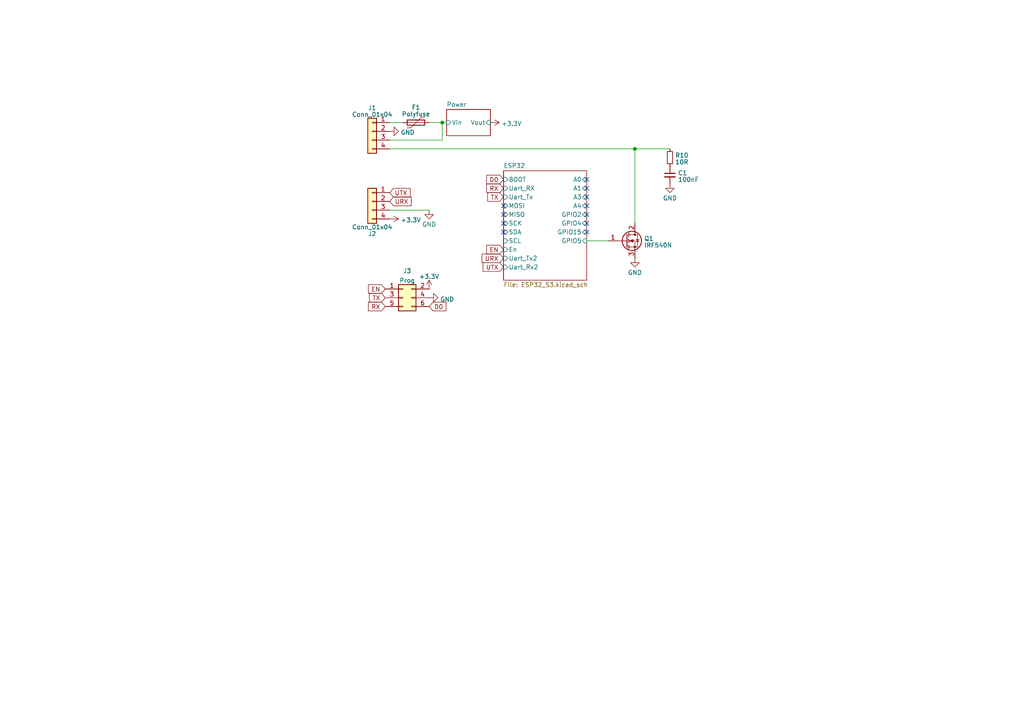
<source format=kicad_sch>
(kicad_sch (version 20231120) (generator "eeschema") (generator_version "8.0")
  (paper "A4")
  (lib_symbols
    (symbol "Connector_Generic:Conn_01x04" (pin_names (offset 1.016) hide)
      (property "Reference" "J" (at 0 5.08 0))
      (property "Value" "Conn_01x04" (at 0 -7.62 0))
      (symbol "Conn_01x04_1_1"
        (rectangle (start -1.27 -4.953) (end 0 -5.207) (stroke (width 0.1524)))
        (rectangle (start -1.27 -2.413) (end 0 -2.667) (stroke (width 0.1524)))
        (rectangle (start -1.27 0.127) (end 0 -0.127) (stroke (width 0.1524)))
        (rectangle (start -1.27 2.667) (end 0 2.413) (stroke (width 0.1524)))
        (rectangle (start -1.27 3.81) (end 1.27 -6.35) (stroke (width 0.254)) (fill (type background)))
        (pin passive line (at -5.08 2.54 0) (length 3.81) (name "Pin_1") (number "1"))
        (pin passive line (at -5.08 0 0) (length 3.81) (name "Pin_2") (number "2"))
        (pin passive line (at -5.08 -2.54 0) (length 3.81) (name "Pin_3") (number "3"))
        (pin passive line (at -5.08 -5.08 0) (length 3.81) (name "Pin_4") (number "4"))
      )
    )
    (symbol "Connector_Generic:Conn_02x03_Odd_Even" (pin_names (offset 1.016) hide)
      (property "Reference" "J" (at 1.27 5.08 0))
      (property "Value" "Conn_02x03_Odd_Even" (at 1.27 -5.08 0))
      (symbol "Conn_02x03_Odd_Even_1_1"
        (rectangle (start -1.27 -2.413) (end 0 -2.667) (stroke (width 0.1524)))
        (rectangle (start -1.27 0.127) (end 0 -0.127) (stroke (width 0.1524)))
        (rectangle (start -1.27 2.667) (end 0 2.413) (stroke (width 0.1524)))
        (rectangle (start -1.27 3.81) (end 3.81 -3.81) (stroke (width 0.254)) (fill (type background)))
        (rectangle (start 3.81 -2.413) (end 2.54 -2.667) (stroke (width 0.1524)))
        (rectangle (start 3.81 0.127) (end 2.54 -0.127) (stroke (width 0.1524)))
        (rectangle (start 3.81 2.667) (end 2.54 2.413) (stroke (width 0.1524)))
        (pin passive line (at -5.08 2.54 0) (length 3.81) (name "Pin_1") (number "1"))
        (pin passive line (at 7.62 2.54 180) (length 3.81) (name "Pin_2") (number "2"))
        (pin passive line (at -5.08 0 0) (length 3.81) (name "Pin_3") (number "3"))
        (pin passive line (at 7.62 0 180) (length 3.81) (name "Pin_4") (number "4"))
        (pin passive line (at -5.08 -2.54 0) (length 3.81) (name "Pin_5") (number "5"))
        (pin passive line (at 7.62 -2.54 180) (length 3.81) (name "Pin_6") (number "6"))
      )
    )
    (symbol "Device:C_Small" (pin_numbers hide) (pin_names (offset 0.254) hide)
      (property "Reference" "C" (at 0.254 1.778 0))
      (property "Value" "C_Small" (at 0.254 -2.032 0))
      (symbol "C_Small_0_1"
        (polyline (pts (xy -1.524 -0.508) (xy 1.524 -0.508)) (stroke (width 0.3302)))
        (polyline (pts (xy -1.524 0.508) (xy 1.524 0.508)) (stroke (width 0.3048)))
      )
      (symbol "C_Small_1_1"
        (pin passive line (at 0 2.54 270) (length 2.032) (name "~") (number "1"))
        (pin passive line (at 0 -2.54 90) (length 2.032) (name "~") (number "2"))
      )
    )
    (symbol "Device:Polyfuse" (pin_numbers hide) (pin_names (offset 0))
      (property "Reference" "F" (at -2.54 0 90))
      (property "Value" "Polyfuse" (at 2.54 0 90))
      (symbol "Polyfuse_0_1"
        (rectangle (start -0.762 2.54) (end 0.762 -2.54) (stroke (width 0.254)))
        (polyline (pts (xy 0 2.54) (xy 0 -2.54)))
        (polyline (pts (xy -1.524 2.54) (xy -1.524 1.524) (xy 1.524 -1.524) (xy 1.524 -2.54)))
      )
      (symbol "Polyfuse_1_1"
        (pin passive line (at 0 3.81 270) (length 1.27) (name "~") (number "1"))
        (pin passive line (at 0 -3.81 90) (length 1.27) (name "~") (number "2"))
      )
    )
    (symbol "Device:R_Small" (pin_numbers hide) (pin_names (offset 0.254) hide)
      (property "Reference" "R" (at 0.762 0.508 0))
      (property "Value" "R_Small" (at 0.762 -1.016 0))
      (symbol "R_Small_0_1"
        (rectangle (start -0.762 1.778) (end 0.762 -1.778) (stroke (width 0.2032)))
      )
      (symbol "R_Small_1_1"
        (pin passive line (at 0 2.54 270) (length 0.762) (name "~") (number "1"))
        (pin passive line (at 0 -2.54 90) (length 0.762) (name "~") (number "2"))
      )
    )
    (symbol "Transistor_FET:IRF540N" (pin_names hide)
      (property "Reference" "Q" (at 6.35 1.905 0))
      (property "Value" "IRF540N" (at 6.35 0 0))
      (symbol "IRF540N_0_1"
        (polyline (pts (xy 0.254 0) (xy -2.54 0)))
        (polyline (pts (xy 0.254 1.905) (xy 0.254 -1.905)) (stroke (width 0.254)))
        (polyline (pts (xy 0.762 -1.27) (xy 0.762 -2.286)) (stroke (width 0.254)))
        (polyline (pts (xy 0.762 0.508) (xy 0.762 -0.508)) (stroke (width 0.254)))
        (polyline (pts (xy 0.762 2.286) (xy 0.762 1.27)) (stroke (width 0.254)))
        (polyline (pts (xy 2.54 2.54) (xy 2.54 1.778)))
        (polyline (pts (xy 2.54 -2.54) (xy 2.54 0) (xy 0.762 0)))
        (polyline (pts (xy 0.762 -1.778) (xy 3.302 -1.778) (xy 3.302 1.778) (xy 0.762 1.778)))
        (polyline (pts (xy 1.016 0) (xy 2.032 0.381) (xy 2.032 -0.381) (xy 1.016 0)) (fill (type outline)))
        (polyline (pts (xy 2.794 0.508) (xy 2.921 0.381) (xy 3.683 0.381) (xy 3.81 0.254)))
        (polyline (pts (xy 3.302 0.381) (xy 2.921 -0.254) (xy 3.683 -0.254) (xy 3.302 0.381)))
        (circle (center 1.651 0) (radius 2.794) (stroke (width 0.254)))
        (circle (center 2.54 -1.778) (radius 0.254) (fill (type outline)))
        (circle (center 2.54 1.778) (radius 0.254) (fill (type outline)))
      )
      (symbol "IRF540N_1_1"
        (pin input line (at -5.08 0 0) (length 2.54) (name "G") (number "1"))
        (pin passive line (at 2.54 5.08 270) (length 2.54) (name "D") (number "2"))
        (pin passive line (at 2.54 -5.08 90) (length 2.54) (name "S") (number "3"))
      )
    )
    (symbol "power:+3.3V" (power) (pin_names (offset 0))
      (property "Value" "+3.3V" (at 0 3.556 0))
      (symbol "+3.3V_0_1"
        (polyline (pts (xy -0.762 1.27) (xy 0 2.54)))
        (polyline (pts (xy 0 0) (xy 0 2.54)))
        (polyline (pts (xy 0 2.54) (xy 0.762 1.27)))
      )
      (symbol "+3.3V_1_1"
        (pin power_in line (at 0 0 90) (length 0) hide (name "+3.3V") (number "1"))
      )
    )
    (symbol "power:GND" (power) (pin_names (offset 0))
      (property "Value" "GND" (at 0 -3.81 0))
      (symbol "GND_0_1"
        (polyline (pts (xy 0 0) (xy 0 -1.27) (xy 1.27 -1.27) (xy 0 -2.54) (xy -1.27 -1.27) (xy 0 -1.27)))
      )
      (symbol "GND_1_1"
        (pin power_in line (at 0 0 270) (length 0) hide (name "GND") (number "1"))
      )
    )
  )
  (junction (at 128.27 35.56))
  (junction (at 184.15 43.18))
  (no_connect (at 170.18 67.31))
  (no_connect (at 170.18 57.15))
  (no_connect (at 146.05 62.23))
  (no_connect (at 146.05 59.69))
  (no_connect (at 170.18 54.61))
  (no_connect (at 170.18 64.77))
  (no_connect (at 146.05 64.77))
  (no_connect (at 170.18 59.69))
  (no_connect (at 170.18 52.07))
  (no_connect (at 170.18 62.23))
  (no_connect (at 146.05 67.31))
  (wire (pts (xy 128.27 35.56) (xy 124.46 35.56)))
  (wire (pts (xy 113.03 35.56) (xy 116.84 35.56)))
  (wire (pts (xy 170.18 69.85) (xy 176.53 69.85)))
  (wire (pts (xy 128.27 35.56) (xy 129.54 35.56)))
  (wire (pts (xy 113.03 60.96) (xy 124.46 60.96)))
  (wire (pts (xy 128.27 35.56) (xy 128.27 40.64)))
  (wire (pts (xy 184.15 43.18) (xy 113.03 43.18)))
  (wire (pts (xy 184.15 43.18) (xy 194.31 43.18)))
  (wire (pts (xy 184.15 64.77) (xy 184.15 43.18)))
  (wire (pts (xy 128.27 40.64) (xy 113.03 40.64)))
  (global_label "TX" (shape input) (at 111.76 86.36 180) (property "Intersheetrefs" "${INTERSHEET_REFS}" (effects (hide yes))))
  (global_label "EN" (shape input) (at 111.76 83.82 180) (property "Intersheetrefs" "${INTERSHEET_REFS}" (effects (hide yes))))
  (global_label "RX" (shape input) (at 111.76 88.9 180) (property "Intersheetrefs" "${INTERSHEET_REFS}" (effects (hide yes))))
  (global_label "EN" (shape input) (at 146.05 72.39 180) (property "Intersheetrefs" "${INTERSHEET_REFS}" (effects (hide yes))))
  (global_label "URX" (shape input) (at 113.03 58.42 0) (property "Intersheetrefs" "${INTERSHEET_REFS}" (effects (hide yes))))
  (global_label "D0" (shape input) (at 124.46 88.9 0) (property "Intersheetrefs" "${INTERSHEET_REFS}" (effects (hide yes))))
  (global_label "D0" (shape input) (at 146.05 52.07 180) (property "Intersheetrefs" "${INTERSHEET_REFS}" (effects (hide yes))))
  (global_label "RX" (shape input) (at 146.05 54.61 180) (property "Intersheetrefs" "${INTERSHEET_REFS}" (effects (hide yes))))
  (global_label "UTX" (shape input) (at 113.03 55.88 0) (property "Intersheetrefs" "${INTERSHEET_REFS}" (effects (hide yes))))
  (global_label "UTX" (shape input) (at 146.05 77.47 180) (property "Intersheetrefs" "${INTERSHEET_REFS}" (effects (hide yes))))
  (global_label "URX" (shape input) (at 146.05 74.93 180) (property "Intersheetrefs" "${INTERSHEET_REFS}" (effects (hide yes))))
  (global_label "TX" (shape input) (at 146.05 57.15 180) (property "Intersheetrefs" "${INTERSHEET_REFS}" (effects (hide yes))))
  (symbol (lib_id "power:GND") (at 184.15 74.93 0) (unit 1)
    (property "Reference" "#PWR05" (effects (hide yes)))
    (property "Value" "GND" (at 184.15 79.0655 0))
  )
  (symbol (lib_id "Device:Polyfuse") (at 120.65 35.56 90) (unit 1)
    (property "Reference" "F1" (at 120.65 31.1531 90))
    (property "Value" "Polyfuse" (at 120.65 33.0741 90))
    (property "Footprint" "Fuse:Fuse_BelFuse_0ZRE0075FF_L11.5mm_W4.8mm" (effects (hide yes)))
  )
  (symbol (lib_id "Device:R_Small") (at 194.31 45.72 0) (unit 1)
    (property "Reference" "R10" (at 195.8086 45.0763 0) (effects (justify left)))
    (property "Value" "10R" (at 195.8086 46.9973 0) (effects (justify left)))
    (property "Footprint" "Resistor_SMD:R_0805_2012Metric" (effects (hide yes)))
  )
  (symbol (lib_id "power:+3.3V") (at 113.03 63.5 270) (unit 1)
    (property "Reference" "#PWR02" (effects (hide yes)))
    (property "Value" "+3.3V" (at 116.205 63.8168 90) (effects (justify left)))
  )
  (symbol (lib_id "power:GND") (at 124.46 86.36 90) (unit 1)
    (property "Reference" "#PWR010" (effects (hide yes)))
    (property "Value" "GND" (at 127.635 86.839 90) (effects (justify right)))
  )
  (symbol (lib_id "Connector_Generic:Conn_01x04") (at 107.95 58.42 0) (mirror y) (unit 1)
    (property "Reference" "J2" (at 107.95 67.7799 0))
    (property "Value" "Conn_01x04" (at 107.95 65.8589 0))
    (property "Footprint" "GL_Diverse:HLK-LD1125H-24G" (effects (hide yes)))
  )
  (symbol (lib_id "Connector_Generic:Conn_02x03_Odd_Even") (at 116.84 86.36 0) (unit 1)
    (property "Reference" "J3" (at 118.11 78.5835 0))
    (property "Value" "Prog" (at 118.11 81.3586 0))
    (property "Footprint" "Connector_PinHeader_1.27mm:PinHeader_2x03_P1.27mm_Vertical_SMD" (effects (hide yes)))
  )
  (symbol (lib_id "Connector_Generic:Conn_01x04") (at 107.95 38.1 0) (mirror y) (unit 1)
    (property "Reference" "J1" (at 107.95 31.2801 0))
    (property "Value" "Conn_01x04" (at 107.95 33.2011 0))
    (property "Footprint" "Connector_Phoenix_MSTB:PhoenixContact_MSTBVA_2,5_4-G_1x04_P5.00mm_Vertical" (effects (hide yes)))
  )
  (symbol (lib_id "power:GND") (at 113.03 38.1 90) (unit 1)
    (property "Reference" "#PWR01" (effects (hide yes)))
    (property "Value" "GND" (at 116.205 38.4168 90) (effects (justify right)))
  )
  (symbol (lib_id "power:GND") (at 124.46 60.96 0) (unit 1)
    (property "Reference" "#PWR03" (effects (hide yes)))
    (property "Value" "GND" (at 124.46 65.0955 0))
  )
  (symbol (lib_id "power:+3.3V") (at 124.46 83.82 0) (unit 1)
    (property "Reference" "#PWR09" (effects (hide yes)))
    (property "Value" "+3.3V" (at 124.46 80.2155 0))
  )
  (symbol (lib_id "power:GND") (at 194.31 53.34 0) (unit 1)
    (property "Reference" "#PWR06" (effects (hide yes)))
    (property "Value" "GND" (at 194.31 57.4755 0))
  )
  (symbol (lib_id "Transistor_FET:IRF540N") (at 181.61 69.85 0) (unit 1)
    (property "Reference" "Q1" (at 186.817 69.2063 0) (effects (justify left)))
    (property "Value" "IRF540N" (at 186.817 71.1273 0) (effects (justify left)))
    (property "Footprint" "Package_TO_SOT_THT:TO-220-3_Vertical" (effects (hide yes)))
    (property "Datasheet" "http://www.irf.com/product-info/datasheets/data/irf540n.pdf" (effects (hide yes)))
  )
  (symbol (lib_id "Device:C_Small") (at 194.31 50.8 0) (unit 1)
    (property "Reference" "C1" (at 196.6341 50.1626 0) (effects (justify left)))
    (property "Value" "100nF" (at 196.6341 52.0836 0) (effects (justify left)))
    (property "Footprint" "Capacitor_SMD:C_0805_2012Metric" (effects (hide yes)))
  )
  (symbol (lib_id "power:+3.3V") (at 142.24 35.56 270) (unit 1)
    (property "Reference" "#PWR04" (effects (hide yes)))
    (property "Value" "+3.3V" (at 145.415 35.8768 90) (effects (justify left)))
  )
  (sheet (at 129.54 31.75) (size 12.7 7.62) (stroke (width 0.1524))
    (property "Sheetname" "Power" (at 129.54 31.0384 0) (effects (justify left bottom)))
    (property "Sheetfile" "Max17640.kicad_sch" (effects (hide yes)))
    (pin "Vin" input (at 129.54 35.56 180))
    (pin "Vout" input (at 142.24 35.56 0))
  )
  (sheet (at 146.05 49.53) (size 24.13 31.75) (stroke (width 0.1524))
    (property "Sheetname" "ESP32" (at 146.05 48.8184 0) (effects (justify left bottom)))
    (property "Sheetfile" "ESP32_S3.kicad_sch" (at 146.05 81.8646 0) (effects (justify left top)))
    (pin "A3" input (at 170.18 57.15 0))
    (pin "A4" input (at 170.18 59.69 0))
    (pin "SCK" input (at 146.05 64.77 180))
    (pin "MISO" input (at 146.05 62.23 180))
    (pin "A0" input (at 170.18 52.07 0))
    (pin "MOSI" input (at 146.05 59.69 180))
    (pin "A1" input (at 170.18 54.61 0))
    (pin "Uart_RX" input (at 146.05 54.61 180))
    (pin "GPIO2" input (at 170.18 62.23 0))
    (pin "GPIO4" input (at 170.18 64.77 0))
    (pin "BOOT" input (at 146.05 52.07 180))
    (pin "Uart_Tx" input (at 146.05 57.15 180))
    (pin "GPIO15" input (at 170.18 67.31 0))
    (pin "SDA" input (at 146.05 67.31 180))
    (pin "SCL" input (at 146.05 69.85 180))
    (pin "En" input (at 146.05 72.39 180))
    (pin "Uart_Tx2" input (at 146.05 74.93 180))
    (pin "Uart_Rx2" input (at 146.05 77.47 180))
    (pin "GPIO5" input (at 170.18 69.85 0))
  )
)
</source>
